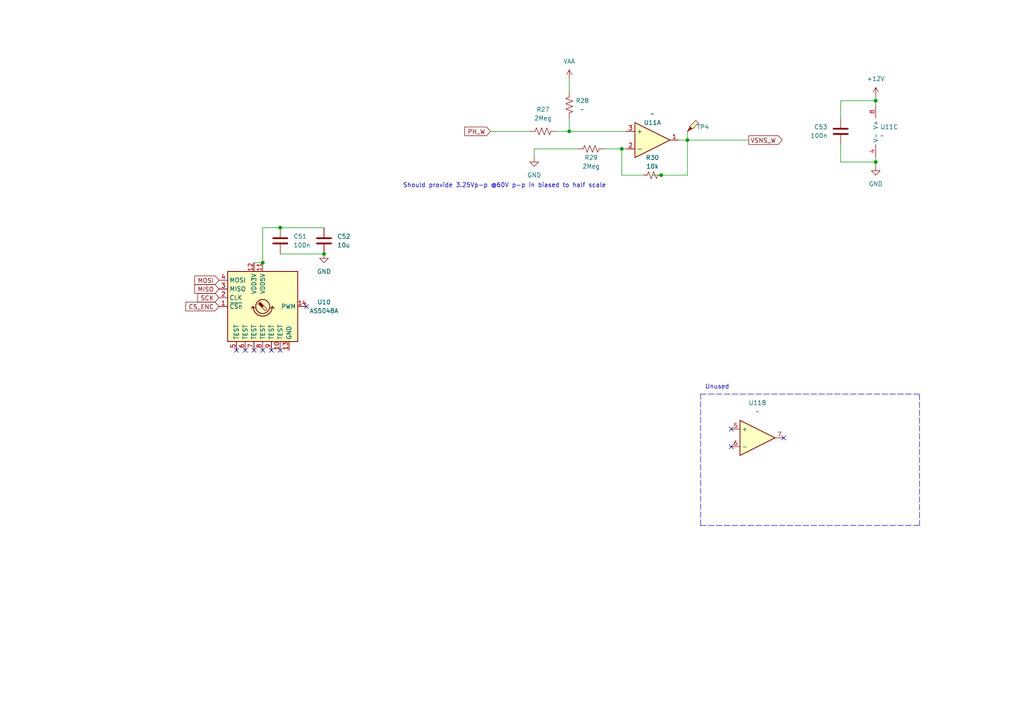
<source format=kicad_sch>
(kicad_sch (version 20211123) (generator eeschema)
  (paper "A4")
  (lib_symbols
    (symbol "Connector:TestPoint_Probe" (pin_numbers hide) (pin_names (offset 0.762) hide)
      (property "Reference" "TP" (at 1.651 5.842 0))
      (property "Value" "TestPoint_Probe" (at 1.651 4.064 0))
      (symbol "TestPoint_Probe_0_1"
        (polyline (pts (xy 1.27 0.762) (xy 0 0) (xy 0.762 1.27) (xy 1.27 0.762)) (fill (type outline)))
        (polyline (pts (xy 1.397 0.635) (xy 0.635 1.397) (xy 2.413 3.175) (xy 3.175 2.413) (xy 1.397 0.635)) (fill (type background)))
      )
      (symbol "TestPoint_Probe_1_1"
        (pin passive line (at 0 0 90) (length 0) (name "1") (number "1"))
      )
    )
    (symbol "Device:C" (pin_numbers hide) (pin_names (offset 0.254))
      (property "Reference" "C" (at 0.635 2.54 0))
      (property "Value" "C" (at 0.635 -2.54 0))
      (symbol "C_0_1"
        (polyline (pts (xy -2.032 -0.762) (xy 2.032 -0.762)) (stroke (width 0.508)))
        (polyline (pts (xy -2.032 0.762) (xy 2.032 0.762)) (stroke (width 0.508)))
      )
      (symbol "C_1_1"
        (pin passive line (at 0 3.81 270) (length 2.794) (name "~") (number "1"))
        (pin passive line (at 0 -3.81 90) (length 2.794) (name "~") (number "2"))
      )
    )
    (symbol "Device:Opamp_Dual"
      (property "Reference" "U" (at 0 5.08 0))
      (property "Value" "Opamp_Dual" (at 0 -5.08 0))
      (symbol "Opamp_Dual_1_1"
        (polyline (pts (xy -5.08 5.08) (xy 5.08 0) (xy -5.08 -5.08) (xy -5.08 5.08)) (stroke (width 0.254)) (fill (type background)))
        (pin output line (at 7.62 0 180) (length 2.54) (name "~") (number "1"))
        (pin input line (at -7.62 -2.54 0) (length 2.54) (name "-") (number "2"))
        (pin input line (at -7.62 2.54 0) (length 2.54) (name "+") (number "3"))
      )
      (symbol "Opamp_Dual_2_1"
        (polyline (pts (xy -5.08 5.08) (xy 5.08 0) (xy -5.08 -5.08) (xy -5.08 5.08)) (stroke (width 0.254)) (fill (type background)))
        (pin input line (at -7.62 2.54 0) (length 2.54) (name "+") (number "5"))
        (pin input line (at -7.62 -2.54 0) (length 2.54) (name "-") (number "6"))
        (pin output line (at 7.62 0 180) (length 2.54) (name "~") (number "7"))
      )
      (symbol "Opamp_Dual_3_1"
        (pin power_in line (at -2.54 -7.62 90) (length 3.81) (name "V-") (number "4"))
        (pin power_in line (at -2.54 7.62 270) (length 3.81) (name "V+") (number "8"))
      )
    )
    (symbol "Device:R_Small_US" (pin_numbers hide) (pin_names (offset 0.254) hide)
      (property "Reference" "R" (at 0.762 0.508 0))
      (property "Value" "R_Small_US" (at 0.762 -1.016 0))
      (symbol "R_Small_US_1_1"
        (polyline (pts (xy 0 0) (xy 1.016 -0.381) (xy 0 -0.762) (xy -1.016 -1.143) (xy 0 -1.524)))
        (polyline (pts (xy 0 1.524) (xy 1.016 1.143) (xy 0 0.762) (xy -1.016 0.381) (xy 0 0)))
        (pin passive line (at 0 2.54 270) (length 1.016) (name "~") (number "1"))
        (pin passive line (at 0 -2.54 90) (length 1.016) (name "~") (number "2"))
      )
    )
    (symbol "Device:R_US" (pin_numbers hide) (pin_names (offset 0))
      (property "Reference" "R" (at 2.54 0 90))
      (property "Value" "R_US" (at -2.54 0 90))
      (symbol "R_US_0_1"
        (polyline (pts (xy 0 -2.286) (xy 0 -2.54)))
        (polyline (pts (xy 0 2.286) (xy 0 2.54)))
        (polyline (pts (xy 0 -0.762) (xy 1.016 -1.143) (xy 0 -1.524) (xy -1.016 -1.905) (xy 0 -2.286)))
        (polyline (pts (xy 0 0.762) (xy 1.016 0.381) (xy 0 0) (xy -1.016 -0.381) (xy 0 -0.762)))
        (polyline (pts (xy 0 2.286) (xy 1.016 1.905) (xy 0 1.524) (xy -1.016 1.143) (xy 0 0.762)))
      )
      (symbol "R_US_1_1"
        (pin passive line (at 0 3.81 270) (length 1.27) (name "~") (number "1"))
        (pin passive line (at 0 -3.81 90) (length 1.27) (name "~") (number "2"))
      )
    )
    (symbol "Sensor_Magnetic:AS5048A"
      (property "Reference" "U" (at -10.16 11.43 0))
      (property "Value" "AS5048A" (at 10.16 11.43 0))
      (symbol "AS5048A_0_1"
        (rectangle (start -10.16 10.16) (end 10.16 -10.16) (stroke (width 0.254)) (fill (type background)))
        (arc (start -2.794 0) (mid 0 -2.794) (end 2.794 0) (stroke (width 0.254)))
        (polyline (pts (xy -2.794 0) (xy -3.302 -0.508)) (stroke (width 0.254)))
        (polyline (pts (xy -2.794 0) (xy -2.286 -0.508)) (stroke (width 0.254)))
        (polyline (pts (xy 2.794 0) (xy 2.286 -0.508)) (stroke (width 0.254)))
        (polyline (pts (xy 2.794 0) (xy 3.302 -0.508)) (stroke (width 0.254)))
      )
      (symbol "AS5048A_1_1"
        (polyline (pts (xy 0.254 0.254) (xy 1.27 -0.762) (xy 0.762 -1.27) (xy -0.254 -0.254)))
        (polyline (pts (xy -0.762 1.27) (xy 0.254 0.254) (xy -0.254 -0.254) (xy -1.27 0.762) (xy -1.016 1.016) (xy -0.762 1.27) (xy -0.635 1.143)) (fill (type outline)))
        (circle (center 0 0) (radius 2.032) (stroke (width 0.254)))
        (pin input line (at -12.7 0 0) (length 2.54) (name "~{CSn}") (number "1"))
        (pin passive line (at 5.08 -12.7 90) (length 2.54) (name "TEST") (number "10"))
        (pin power_in line (at 0 12.7 270) (length 2.54) (name "VDD5V") (number "11"))
        (pin power_in line (at -2.54 12.7 270) (length 2.54) (name "VDD3V") (number "12"))
        (pin power_in line (at 7.62 -12.7 90) (length 2.54) (name "GND") (number "13"))
        (pin output line (at 12.7 0 180) (length 2.54) (name "PWM") (number "14"))
        (pin input line (at -12.7 2.54 0) (length 2.54) (name "CLK") (number "2"))
        (pin output line (at -12.7 5.08 0) (length 2.54) (name "MISO") (number "3"))
        (pin input line (at -12.7 7.62 0) (length 2.54) (name "MOSI") (number "4"))
        (pin passive line (at -7.62 -12.7 90) (length 2.54) (name "TEST") (number "5"))
        (pin passive line (at -5.08 -12.7 90) (length 2.54) (name "TEST") (number "6"))
        (pin passive line (at -2.54 -12.7 90) (length 2.54) (name "TEST") (number "7"))
        (pin passive line (at 0 -12.7 90) (length 2.54) (name "TEST") (number "8"))
        (pin passive line (at 2.54 -12.7 90) (length 2.54) (name "TEST") (number "9"))
      )
    )
    (symbol "power:+12V" (power) (pin_names (offset 0))
      (property "Value" "+12V" (at 0 3.556 0))
      (symbol "+12V_0_1"
        (polyline (pts (xy -0.762 1.27) (xy 0 2.54)))
        (polyline (pts (xy 0 0) (xy 0 2.54)))
        (polyline (pts (xy 0 2.54) (xy 0.762 1.27)))
      )
      (symbol "+12V_1_1"
        (pin power_in line (at 0 0 90) (length 0) hide (name "+12V") (number "1"))
      )
    )
    (symbol "power:GND" (power) (pin_names (offset 0))
      (property "Value" "GND" (at 0 -3.81 0))
      (symbol "GND_0_1"
        (polyline (pts (xy 0 0) (xy 0 -1.27) (xy 1.27 -1.27) (xy 0 -2.54) (xy -1.27 -1.27) (xy 0 -1.27)))
      )
      (symbol "GND_1_1"
        (pin power_in line (at 0 0 270) (length 0) hide (name "GND") (number "1"))
      )
    )
    (symbol "power:VAA" (power) (pin_names (offset 0))
      (property "Value" "VAA" (at 0 3.81 0))
      (symbol "VAA_0_1"
        (polyline (pts (xy -0.762 1.27) (xy 0 2.54)))
        (polyline (pts (xy 0 0) (xy 0 2.54)))
        (polyline (pts (xy 0 2.54) (xy 0.762 1.27)))
      )
      (symbol "VAA_1_1"
        (pin power_in line (at 0 0 90) (length 0) hide (name "VAA") (number "1"))
      )
    )
  )
  (junction (at 254 29.21))
  (junction (at 81.28 66.04))
  (junction (at 76.2 76.2))
  (junction (at 191.77 50.8))
  (junction (at 199.39 40.64))
  (junction (at 165.1 38.1))
  (junction (at 254 46.99))
  (junction (at 180.34 43.18))
  (junction (at 93.98 73.66))
  (no_connect (at 88.9 88.9))
  (no_connect (at 81.28 101.6))
  (no_connect (at 78.74 101.6))
  (no_connect (at 76.2 101.6))
  (no_connect (at 73.66 101.6))
  (no_connect (at 71.12 101.6))
  (no_connect (at 68.58 101.6))
  (no_connect (at 227.33 127))
  (no_connect (at 212.09 124.46))
  (no_connect (at 212.09 129.54))
  (wire (pts (xy 81.28 73.66) (xy 93.98 73.66)))
  (wire (pts (xy 199.39 40.64) (xy 199.39 50.8)))
  (polyline (pts (xy 203.2 152.4) (xy 203.2 114.3)))
  (wire (pts (xy 180.34 43.18) (xy 181.61 43.18)))
  (wire (pts (xy 243.84 46.99) (xy 254 46.99)))
  (wire (pts (xy 254 46.99) (xy 254 48.26)))
  (wire (pts (xy 165.1 38.1) (xy 181.61 38.1)))
  (wire (pts (xy 165.1 22.86) (xy 165.1 26.67)))
  (wire (pts (xy 154.94 43.18) (xy 154.94 45.72)))
  (wire (pts (xy 175.26 43.18) (xy 180.34 43.18)))
  (wire (pts (xy 180.34 50.8) (xy 180.34 43.18)))
  (wire (pts (xy 165.1 38.1) (xy 161.29 38.1)))
  (wire (pts (xy 199.39 40.64) (xy 217.17 40.64)))
  (wire (pts (xy 76.2 66.04) (xy 81.28 66.04)))
  (polyline (pts (xy 203.2 152.4) (xy 266.7 152.4)))
  (wire (pts (xy 199.39 50.8) (xy 191.77 50.8)))
  (wire (pts (xy 73.66 76.2) (xy 76.2 76.2)))
  (wire (pts (xy 199.39 38.1) (xy 199.39 40.64)))
  (wire (pts (xy 243.84 29.21) (xy 254 29.21)))
  (wire (pts (xy 81.28 66.04) (xy 93.98 66.04)))
  (wire (pts (xy 76.2 76.2) (xy 76.2 66.04)))
  (wire (pts (xy 142.24 38.1) (xy 153.67 38.1)))
  (wire (pts (xy 254 27.94) (xy 254 29.21)))
  (wire (pts (xy 254 45.72) (xy 254 46.99)))
  (wire (pts (xy 243.84 34.29) (xy 243.84 29.21)))
  (wire (pts (xy 243.84 41.91) (xy 243.84 46.99)))
  (wire (pts (xy 196.85 40.64) (xy 199.39 40.64)))
  (wire (pts (xy 191.77 50.8) (xy 189.23 50.8)))
  (wire (pts (xy 186.69 50.8) (xy 180.34 50.8)))
  (wire (pts (xy 254 29.21) (xy 254 30.48)))
  (polyline (pts (xy 266.7 114.3) (xy 266.7 152.4)))
  (wire (pts (xy 167.64 43.18) (xy 154.94 43.18)))
  (wire (pts (xy 165.1 34.29) (xy 165.1 38.1)))
  (polyline (pts (xy 203.2 114.3) (xy 266.7 114.3)))
  (text "Unused\n" (at 204.47 113.03 0) (effects (font (size 1.27 1.27)) (justify left bottom)))
  (text "Should provide 3.25Vp-p @60V p-p in biased to half scale" (at 116.84 54.61 0) (effects (font (size 1.27 1.27)) (justify left bottom)))
  (global_label "MISO" (shape input) (at 63.5 83.82 180) (property "Intersheet References" "${INTERSHEET_REFS}" (effects hide)))
  (global_label "SCK" (shape input) (at 63.5 86.36 180) (property "Intersheet References" "${INTERSHEET_REFS}" (effects hide)))
  (global_label "CS_ENC" (shape input) (at 63.5 88.9 180) (property "Intersheet References" "${INTERSHEET_REFS}" (effects hide)))
  (global_label "MOSI" (shape input) (at 63.5 81.28 180) (property "Intersheet References" "${INTERSHEET_REFS}" (effects hide)))
  (global_label "PH_W" (shape input) (at 142.24 38.1 180) (property "Intersheet References" "${INTERSHEET_REFS}" (effects hide)))
  (global_label "VSNS_W" (shape output) (at 217.17 40.64 0) (property "Intersheet References" "${INTERSHEET_REFS}" (effects hide)))
  (symbol (lib_id "Device:R_US") (at 157.48 38.1 90) (unit 1)
    (property "Reference" "R27" (at 157.48 31.75 90))
    (property "Value" "2Meg" (at 157.48 34.29 90))
    (property "Footprint" "Resistor_SMD:R_0805_2012Metric" (effects hide))
    (property "Mouser" "https://www.mouser.com/ProductDetail/Panasonic/ERJ-6ENF5101V?qs=sGAEpiMZZMvdGkrng054t8AJgcdMkx7xVxAUQLZTFHA%3D" (effects hide))
  )
  (symbol (lib_id "power:+12V") (at 254 27.94 0) (unit 1)
    (property "Reference" "#PWR067" (effects hide))
    (property "Value" "+12V" (at 254 22.86 0))
  )
  (symbol (lib_id "power:GND") (at 154.94 45.72 0) (unit 1)
    (property "Reference" "#PWR065" (effects hide))
    (property "Value" "GND" (at 154.94 50.8 0))
  )
  (symbol (lib_id "Device:C") (at 243.84 38.1 0) (mirror x) (unit 1)
    (property "Reference" "C53" (at 240.03 36.8299 0) (effects (justify right)))
    (property "Value" "100n" (at 240.03 39.3699 0) (effects (justify right)))
    (property "Footprint" "Capacitor_SMD:C_0402_1005Metric" (effects hide))
    (property "Mouser" "https://www.mouser.com/ProductDetail/Murata-Electronics/GCM155R71E104KE02D?qs=sGAEpiMZZMvsSlwiRhF8qsL%2Fc0EXNue%2FoQ0bAUFzBJynJfbvKN%252BGCA%3D%3D" (effects hide))
  )
  (symbol (lib_id "Device:C") (at 93.98 69.85 0) (unit 1)
    (property "Reference" "C52" (at 97.79 68.5799 0) (effects (justify left)))
    (property "Value" "10u" (at 97.79 71.1199 0) (effects (justify left)))
    (property "Footprint" "Capacitor_SMD:C_0805_2012Metric" (effects hide))
    (property "Mouser" "https://www.mouser.com/ProductDetail/Murata-Electronics/GRM21BR61E106KA73K?qs=sGAEpiMZZMvsSlwiRhF8qtKev7nvVKumSMGXtfW0ekhTExf3kTusQw%3D%3D" (effects hide))
  )
  (symbol (lib_id "Device:Opamp_Dual") (at 189.23 40.64 0) (unit 1)
    (property "Reference" "U11" (at 189.23 35.56 0))
    (property "Value" "~" (at 189.23 33.02 0))
  )
  (symbol (lib_id "power:GND") (at 254 48.26 0) (unit 1)
    (property "Reference" "#PWR068" (effects hide))
    (property "Value" "GND" (at 254 53.34 0))
  )
  (symbol (lib_id "Device:Opamp_Dual") (at 256.54 38.1 0) (unit 3)
    (property "Reference" "U11" (at 255.27 36.8299 0) (effects (justify left)))
    (property "Value" "~" (at 255.27 39.3699 0) (effects (justify left)))
  )
  (symbol (lib_id "Connector:TestPoint_Probe") (at 199.39 38.1 0) (unit 1)
    (property "Reference" "TP4" (at 205.74 36.83 0) (effects (justify right)))
    (property "Value" "TestPoint_Probe" (effects hide))
  )
  (symbol (lib_id "Device:R_US") (at 171.45 43.18 90) (unit 1)
    (property "Reference" "R29" (at 171.45 45.72 90))
    (property "Value" "2Meg" (at 171.45 48.26 90))
    (property "Footprint" "Resistor_SMD:R_0805_2012Metric" (effects hide))
    (property "Mouser" "https://www.mouser.com/ProductDetail/Panasonic/ERJ-6ENF5101V?qs=sGAEpiMZZMvdGkrng054t8AJgcdMkx7xVxAUQLZTFHA%3D" (effects hide))
  )
  (symbol (lib_id "power:GND") (at 93.98 73.66 0) (unit 1)
    (property "Reference" "#PWR064" (effects hide))
    (property "Value" "GND" (at 93.98 78.74 0))
  )
  (symbol (lib_id "Device:C") (at 81.28 69.85 0) (unit 1)
    (property "Reference" "C51" (at 85.09 68.5799 0) (effects (justify left)))
    (property "Value" "100n" (at 85.09 71.1199 0) (effects (justify left)))
    (property "Footprint" "Capacitor_SMD:C_0402_1005Metric" (effects hide))
    (property "Mouser" "https://www.mouser.com/ProductDetail/Murata-Electronics/GCM155R71E104KE02D?qs=sGAEpiMZZMvsSlwiRhF8qsL%2Fc0EXNue%2FoQ0bAUFzBJynJfbvKN%252BGCA%3D%3D" (effects hide))
  )
  (symbol (lib_id "Sensor_Magnetic:AS5048A") (at 76.2 88.9 0) (unit 1)
    (property "Reference" "U10" (at 93.98 87.63 0))
    (property "Value" "AS5048A" (at 93.98 90.17 0))
    (property "Footprint" "Package_SO:TSSOP-14_4.4x5mm_P0.65mm" (effects hide))
    (property "Datasheet" "https://ams.com/documents/20143/36005/AS5048_DS000298_4-00.pdf" (effects hide))
  )
  (symbol (lib_id "power:VAA") (at 165.1 22.86 0) (unit 1)
    (property "Reference" "#PWR066" (effects hide))
    (property "Value" "VAA" (at 165.1 17.78 0))
  )
  (symbol (lib_id "Device:R_Small_US") (at 189.23 50.8 90) (unit 1)
    (property "Reference" "R30" (at 189.23 45.72 90))
    (property "Value" "10k" (at 189.23 48.26 90))
    (property "Footprint" "Resistor_SMD:R_0805_2012Metric" (effects hide))
    (property "Mouser" "https://www.mouser.com/ProductDetail/Panasonic/ERJ-6ENF1002V?qs=sGAEpiMZZMvdGkrng054t8ugkoYZivkgRfSmYf8KY9w%3D" (effects hide))
  )
  (symbol (lib_id "Device:Opamp_Dual") (at 219.71 127 0) (unit 2)
    (property "Reference" "U11" (at 219.71 116.84 0))
    (property "Value" "~" (at 219.71 119.38 0))
  )
  (symbol (lib_id "Device:R_US") (at 165.1 30.48 0) (mirror x) (unit 1)
    (property "Reference" "R28" (at 168.91 29.21 0))
    (property "Value" "~" (at 168.91 31.75 0))
    (property "Footprint" "Resistor_SMD:R_0805_2012Metric" (effects hide))
    (property "Mouser" "https://www.mouser.com/ProductDetail/Panasonic/ERJ-6ENF5101V?qs=sGAEpiMZZMvdGkrng054t8AJgcdMkx7xVxAUQLZTFHA%3D" (effects hide))
  )
)
</source>
